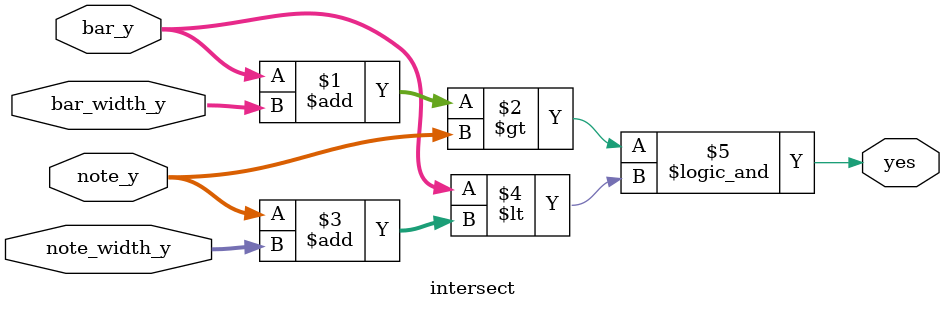
<source format=v>
module intersect(yes, note_y, note_width_y, bar_y, bar_width_y);
    // check if note intersects horizontal bar
    // just checks the y values, x values don't change with time
    input [31:0] note_y;
    input [9:0] bar_y, bar_width_y;
    input [6:0] note_width_y;

    output yes; // high if intersecting

    assign yes = (bar_y + bar_width_y > note_y) && (bar_y < note_y + note_width_y);
    
endmodule
</source>
